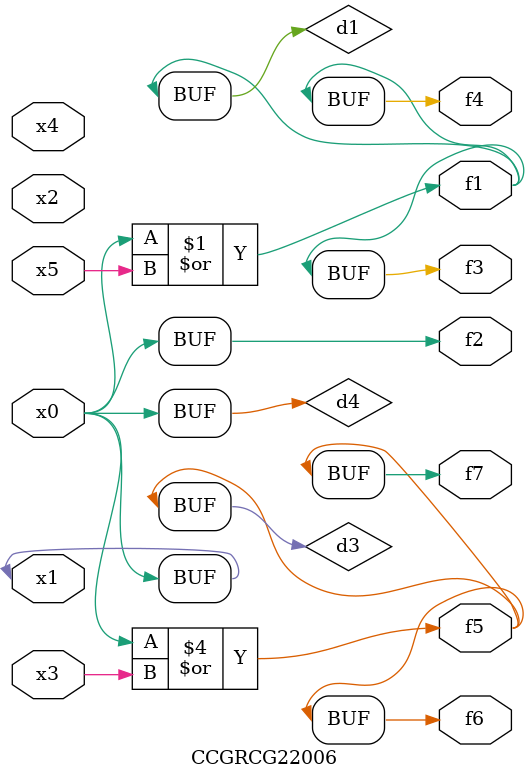
<source format=v>
module CCGRCG22006(
	input x0, x1, x2, x3, x4, x5,
	output f1, f2, f3, f4, f5, f6, f7
);

	wire d1, d2, d3, d4;

	or (d1, x0, x5);
	xnor (d2, x1, x4);
	or (d3, x0, x3);
	buf (d4, x0, x1);
	assign f1 = d1;
	assign f2 = d4;
	assign f3 = d1;
	assign f4 = d1;
	assign f5 = d3;
	assign f6 = d3;
	assign f7 = d3;
endmodule

</source>
